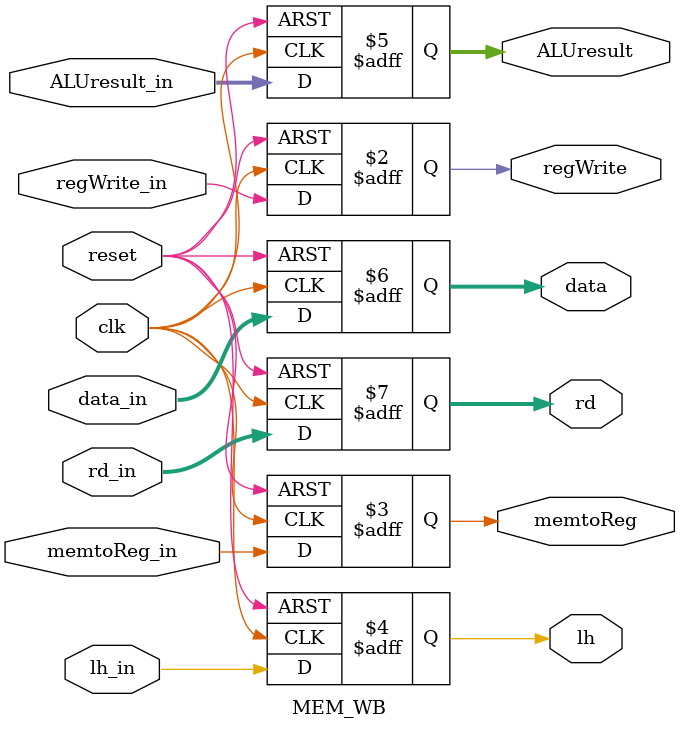
<source format=v>
module MEM_WB(
    input clk, reset,
    input regWrite_in, memtoReg_in, lh_in, 
    input [31:0] ALUresult_in, data_in,
    input [4:0] rd_in,

    output reg regWrite, memtoReg, lh, 
    output reg [31:0] ALUresult, data,
    output reg [4:0] rd
);

    always @ (posedge clk or posedge reset) begin
        if (reset) begin
            regWrite    <= 0;
            memtoReg    <= 0;
            lh          <= 0;
            data        <= 0;
            ALUresult   <= 0;
            rd          <= 0;
        end
        else begin
            regWrite    <= regWrite_in;
            memtoReg    <= memtoReg_in;
            lh          <= lh_in;
            data        <= data_in;
            ALUresult   <= ALUresult_in;
            rd          <= rd_in;
        end
    end

endmodule
</source>
